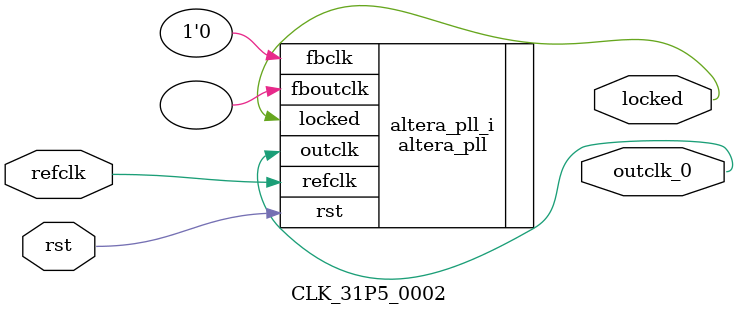
<source format=v>
`timescale 1ns/10ps
module  CLK_31P5_0002(

	// interface 'refclk'
	input wire refclk,

	// interface 'reset'
	input wire rst,

	// interface 'outclk0'
	output wire outclk_0,

	// interface 'locked'
	output wire locked
);

	altera_pll #(
		.fractional_vco_multiplier("false"),
		.reference_clock_frequency("50.0 MHz"),
		.operation_mode("direct"),
		.number_of_clocks(1),
		.output_clock_frequency0("31.500000 MHz"),
		.phase_shift0("0 ps"),
		.duty_cycle0(50),
		.output_clock_frequency1("0 MHz"),
		.phase_shift1("0 ps"),
		.duty_cycle1(50),
		.output_clock_frequency2("0 MHz"),
		.phase_shift2("0 ps"),
		.duty_cycle2(50),
		.output_clock_frequency3("0 MHz"),
		.phase_shift3("0 ps"),
		.duty_cycle3(50),
		.output_clock_frequency4("0 MHz"),
		.phase_shift4("0 ps"),
		.duty_cycle4(50),
		.output_clock_frequency5("0 MHz"),
		.phase_shift5("0 ps"),
		.duty_cycle5(50),
		.output_clock_frequency6("0 MHz"),
		.phase_shift6("0 ps"),
		.duty_cycle6(50),
		.output_clock_frequency7("0 MHz"),
		.phase_shift7("0 ps"),
		.duty_cycle7(50),
		.output_clock_frequency8("0 MHz"),
		.phase_shift8("0 ps"),
		.duty_cycle8(50),
		.output_clock_frequency9("0 MHz"),
		.phase_shift9("0 ps"),
		.duty_cycle9(50),
		.output_clock_frequency10("0 MHz"),
		.phase_shift10("0 ps"),
		.duty_cycle10(50),
		.output_clock_frequency11("0 MHz"),
		.phase_shift11("0 ps"),
		.duty_cycle11(50),
		.output_clock_frequency12("0 MHz"),
		.phase_shift12("0 ps"),
		.duty_cycle12(50),
		.output_clock_frequency13("0 MHz"),
		.phase_shift13("0 ps"),
		.duty_cycle13(50),
		.output_clock_frequency14("0 MHz"),
		.phase_shift14("0 ps"),
		.duty_cycle14(50),
		.output_clock_frequency15("0 MHz"),
		.phase_shift15("0 ps"),
		.duty_cycle15(50),
		.output_clock_frequency16("0 MHz"),
		.phase_shift16("0 ps"),
		.duty_cycle16(50),
		.output_clock_frequency17("0 MHz"),
		.phase_shift17("0 ps"),
		.duty_cycle17(50),
		.pll_type("General"),
		.pll_subtype("General")
	) altera_pll_i (
		.rst	(rst),
		.outclk	({outclk_0}),
		.locked	(locked),
		.fboutclk	( ),
		.fbclk	(1'b0),
		.refclk	(refclk)
	);
endmodule


</source>
